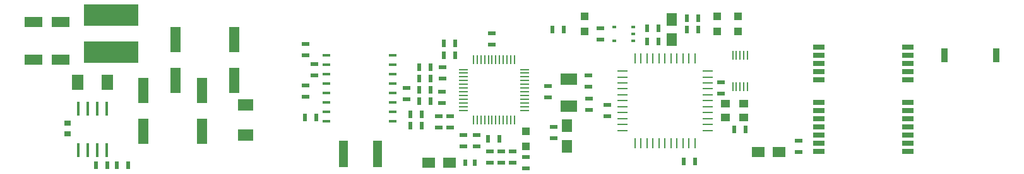
<source format=gtp>
G04 #@! TF.FileFunction,Paste,Top*
%FSLAX46Y46*%
G04 Gerber Fmt 4.6, Leading zero omitted, Abs format (unit mm)*
G04 Created by KiCad (PCBNEW 0.201411071246+5256~19~ubuntu14.04.1-product) date Sun 09 Nov 2014 14:56:43 NZDT*
%MOMM*%
G01*
G04 APERTURE LIST*
%ADD10C,0.150000*%
%ADD11R,7.348080X2.847200*%
%ADD12R,1.250000X1.050000*%
%ADD13R,0.130000X1.250000*%
%ADD14R,0.993000X0.485000*%
%ADD15R,1.650000X0.650000*%
%ADD16R,0.485000X0.993000*%
%ADD17R,1.150480X0.149720*%
%ADD18R,0.149720X1.150480*%
%ADD19R,2.250000X1.550000*%
%ADD20R,1.048880X1.048880*%
%ADD21R,0.485000X0.866000*%
%ADD22R,1.048880X0.449440*%
%ADD23R,1.351140X1.800720*%
%ADD24R,1.800720X1.351140*%
%ADD25R,1.247000X3.660000*%
%ADD26R,0.612000X0.358000*%
%ADD27R,2.049640X1.650860*%
%ADD28R,0.850000X1.850000*%
%ADD29R,1.374000X0.256400*%
%ADD30R,0.256400X1.374000*%
%ADD31R,1.450200X3.449180*%
%ADD32R,0.850760X0.749160*%
%ADD33R,2.450960X1.450200*%
%ADD34R,0.449440X1.848980*%
%ADD35R,1.650860X2.049640*%
G04 APERTURE END LIST*
D10*
D11*
X51054000Y-57617360D03*
X51054000Y-52618640D03*
D12*
X135820000Y-64582000D03*
X133420000Y-64582000D03*
X133420000Y-66482000D03*
X135820000Y-66482000D03*
D13*
X136382000Y-58058000D03*
X135882000Y-58058000D03*
X135382000Y-58058000D03*
X134882000Y-58058000D03*
X134382000Y-58058000D03*
X134382000Y-62338000D03*
X134882000Y-62338000D03*
X135382000Y-62338000D03*
X135882000Y-62338000D03*
X136382000Y-62338000D03*
D14*
X102108000Y-55118000D03*
X102108000Y-56642000D03*
D15*
X157892000Y-71008000D03*
X157892000Y-69908000D03*
X157892000Y-68808000D03*
X157892000Y-67708000D03*
X157892000Y-66608000D03*
X157892000Y-65508000D03*
X157892000Y-64408000D03*
X157892000Y-61408000D03*
X157892000Y-60308000D03*
X157892000Y-59208000D03*
X157892000Y-58108000D03*
X157892000Y-57008000D03*
X145892000Y-57008000D03*
X145892000Y-58108000D03*
X145892000Y-59208000D03*
X145892000Y-60308000D03*
X145892000Y-61408000D03*
X145892000Y-64408000D03*
X145892000Y-65508000D03*
X145892000Y-66608000D03*
X145892000Y-67708000D03*
X145892000Y-68808000D03*
X145892000Y-69908000D03*
X145892000Y-71008000D03*
D14*
X117600000Y-66262000D03*
X117600000Y-64738000D03*
D16*
X122938000Y-56200000D03*
X124462000Y-56200000D03*
X129349500Y-72402700D03*
X127825500Y-72402700D03*
D17*
X98262440Y-61488320D03*
X98262440Y-61988700D03*
X98262440Y-62489080D03*
X98262440Y-62986920D03*
X98262440Y-63487300D03*
X98262440Y-59987180D03*
X98262440Y-60487560D03*
X98262440Y-60987940D03*
D18*
X99611180Y-66837560D03*
X100111560Y-66837560D03*
X100611940Y-66837560D03*
X101112320Y-66837560D03*
X101612700Y-66837560D03*
X102113080Y-66837560D03*
X102610920Y-66837560D03*
X103111300Y-66837560D03*
D17*
X106461560Y-65488820D03*
X106461560Y-64988440D03*
X106461560Y-64488060D03*
X106461560Y-63987680D03*
X106461560Y-63487300D03*
X106461560Y-62986920D03*
X106461560Y-62489080D03*
X106461560Y-61988700D03*
D18*
X105112820Y-58638440D03*
X104612440Y-58638440D03*
X104112060Y-58638440D03*
X103611680Y-58638440D03*
X103111300Y-58638440D03*
X102610920Y-58638440D03*
X102113080Y-58638440D03*
X101612700Y-58638440D03*
D17*
X98262440Y-63987680D03*
X98262440Y-64488060D03*
X98262440Y-64988440D03*
X98262440Y-65488820D03*
D18*
X103611680Y-66837560D03*
X104112060Y-66837560D03*
X104612440Y-66837560D03*
X105112820Y-66837560D03*
D17*
X106461560Y-61488320D03*
X106461560Y-60987940D03*
X106461560Y-60487560D03*
X106461560Y-59987180D03*
D18*
X101112320Y-58638440D03*
X100611940Y-58638440D03*
X100111560Y-58638440D03*
X99611180Y-58638440D03*
D19*
X112395000Y-64969000D03*
X112395000Y-61269000D03*
D14*
X110363000Y-69215000D03*
X110363000Y-67691000D03*
X115062000Y-60782200D03*
X115062000Y-62306200D03*
X115087400Y-65455800D03*
X115087400Y-63931800D03*
D20*
X106680000Y-70391020D03*
X106680000Y-68292980D03*
D14*
X104902000Y-70993000D03*
X104902000Y-72517000D03*
X106680000Y-71755000D03*
X106680000Y-73279000D03*
X109601000Y-62230000D03*
X109601000Y-63754000D03*
D21*
X98549460Y-72517000D03*
X99824540Y-72517000D03*
D22*
X88773000Y-66929000D03*
X88773000Y-65659000D03*
X88773000Y-64389000D03*
X88773000Y-63119000D03*
X88773000Y-61849000D03*
X88773000Y-60579000D03*
X88773000Y-59309000D03*
X88773000Y-58039000D03*
X79883000Y-58039000D03*
X79883000Y-59309000D03*
X79883000Y-60579000D03*
X79883000Y-61849000D03*
X79883000Y-63119000D03*
X79883000Y-64389000D03*
X79883000Y-65659000D03*
X79883000Y-66929000D03*
D23*
X112141000Y-67586860D03*
X112141000Y-70335140D03*
D14*
X101854000Y-72517000D03*
X101854000Y-70993000D03*
X103378000Y-72517000D03*
X103378000Y-70993000D03*
D24*
X96370140Y-72517000D03*
X93621860Y-72517000D03*
D16*
X101600000Y-69342000D03*
X103124000Y-69342000D03*
D14*
X100076000Y-70358000D03*
X100076000Y-68834000D03*
X98298000Y-70358000D03*
X98298000Y-68834000D03*
X95377000Y-64516000D03*
X95377000Y-62992000D03*
X95504000Y-59690000D03*
X95504000Y-61214000D03*
X96520000Y-67818000D03*
X96520000Y-66294000D03*
X94996000Y-66294000D03*
X94996000Y-67818000D03*
D25*
X82169000Y-71374000D03*
X86741000Y-71374000D03*
D16*
X93853000Y-62738000D03*
X92329000Y-62738000D03*
X93853000Y-61214000D03*
X92329000Y-61214000D03*
X92710000Y-66040000D03*
X91186000Y-66040000D03*
D14*
X90678000Y-64008000D03*
X90678000Y-62484000D03*
X77139800Y-62153800D03*
X77139800Y-63677800D03*
X77089000Y-58039000D03*
X77089000Y-56515000D03*
D16*
X78511400Y-66497200D03*
X76987400Y-66497200D03*
D14*
X78257400Y-59232800D03*
X78257400Y-60756800D03*
D16*
X92710000Y-67564000D03*
X91186000Y-67564000D03*
X95656400Y-56489600D03*
X97180400Y-56489600D03*
X92329000Y-64262000D03*
X93853000Y-64262000D03*
X93853000Y-59690000D03*
X92329000Y-59690000D03*
X95656400Y-58064400D03*
X97180400Y-58064400D03*
D26*
X121070000Y-56152500D03*
X121070000Y-54247500D03*
X118530000Y-56152500D03*
X121070000Y-55200000D03*
X118530000Y-54247500D03*
D27*
X69088000Y-68808600D03*
X69088000Y-64795400D03*
D14*
X143256000Y-69596000D03*
X143256000Y-71120000D03*
D23*
X126238000Y-53235860D03*
X126238000Y-55984140D03*
D24*
X140566140Y-71120000D03*
X137817860Y-71120000D03*
D28*
X162743000Y-58108000D03*
X169743000Y-58108000D03*
D20*
X114554000Y-52798980D03*
X114554000Y-54897020D03*
X135128000Y-52798980D03*
X135128000Y-54897020D03*
X132334000Y-52798980D03*
X132334000Y-54897020D03*
D16*
X110236000Y-54610000D03*
X111760000Y-54610000D03*
X122938000Y-54400000D03*
X124462000Y-54400000D03*
D14*
X116600000Y-55962000D03*
X116600000Y-54438000D03*
D16*
X128270000Y-53086000D03*
X129794000Y-53086000D03*
X128270000Y-54610000D03*
X129794000Y-54610000D03*
D29*
X131015000Y-64200000D03*
X131015000Y-63399900D03*
X131015000Y-62599800D03*
X131015000Y-61799700D03*
X131015000Y-60999600D03*
X131015000Y-60199500D03*
X131015000Y-65000100D03*
X131015000Y-65800200D03*
X131015000Y-66600300D03*
X131015000Y-67400400D03*
X131015000Y-68200500D03*
X119585000Y-64200000D03*
X119585000Y-63399900D03*
X119585000Y-62599800D03*
X119585000Y-61799700D03*
X119585000Y-60999600D03*
X119585000Y-60199500D03*
X119585000Y-65000100D03*
X119585000Y-65800200D03*
X119585000Y-66600300D03*
X119585000Y-67400400D03*
X119585000Y-68200500D03*
D30*
X125300000Y-58485000D03*
X125300000Y-69915000D03*
X124499900Y-58485000D03*
X124499900Y-69915000D03*
X123699800Y-69915000D03*
X123699800Y-58485000D03*
X122899700Y-58485000D03*
X122899700Y-69915000D03*
X122099600Y-69915000D03*
X122099600Y-58485000D03*
X121299500Y-58485000D03*
X121299500Y-69915000D03*
X126100100Y-69915000D03*
X126100100Y-58485000D03*
X126900200Y-58485000D03*
X126900200Y-69915000D03*
X127700300Y-69915000D03*
X127700300Y-58485000D03*
X128500400Y-58485000D03*
X128500400Y-69915000D03*
X129300500Y-69915000D03*
X129300500Y-58485000D03*
D16*
X134620000Y-68072000D03*
X136144000Y-68072000D03*
D31*
X55372000Y-62781180D03*
X55372000Y-68282820D03*
X67564000Y-61424820D03*
X67564000Y-55923180D03*
X59690000Y-61424820D03*
X59690000Y-55923180D03*
X63246000Y-62781180D03*
X63246000Y-68282820D03*
D32*
X45212000Y-68696840D03*
X45212000Y-67193160D03*
D33*
X44218860Y-58674000D03*
X40617140Y-58674000D03*
D34*
X46609000Y-70866000D03*
X47879000Y-70866000D03*
X49149000Y-70866000D03*
X50419000Y-70866000D03*
X50419000Y-65278000D03*
X49149000Y-65278000D03*
X47879000Y-65278000D03*
X46609000Y-65278000D03*
D35*
X50520600Y-61722000D03*
X46507400Y-61722000D03*
D33*
X44218860Y-53594000D03*
X40617140Y-53594000D03*
D16*
X53340000Y-72898000D03*
X51816000Y-72898000D03*
X50546000Y-72898000D03*
X49022000Y-72898000D03*
D14*
X132842000Y-63271400D03*
X132842000Y-61747400D03*
M02*

</source>
